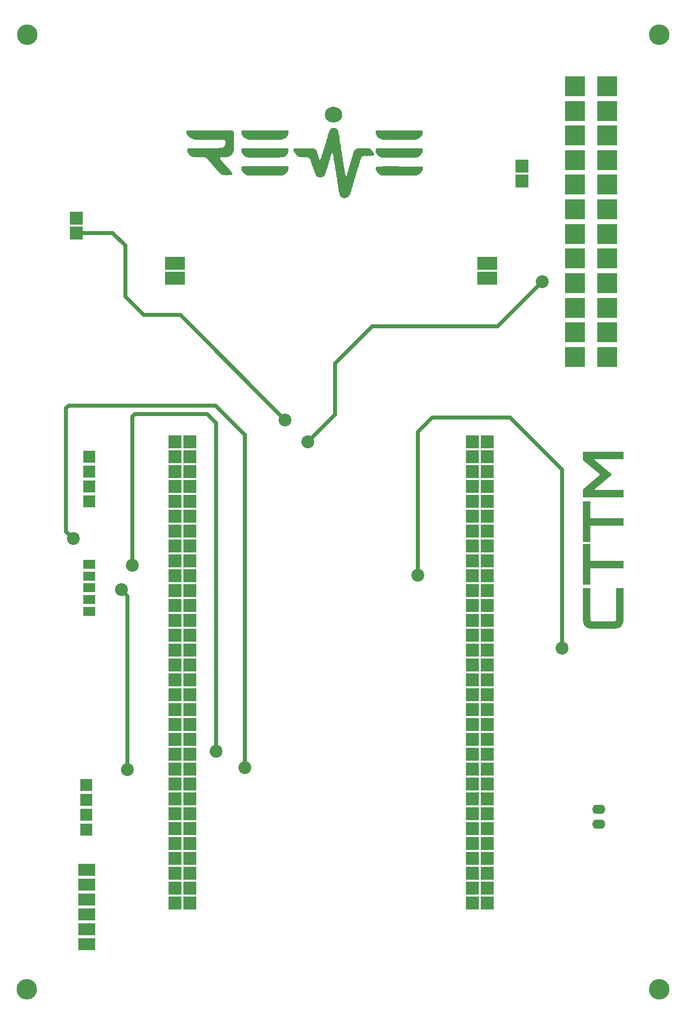
<source format=gbr>
%FSTAX23Y23*%
%MOIN*%
%SFA1B1*%

%IPPOS*%
%ADD10C,0.027559*%
%ADD11R,0.078740X0.059055*%
%ADD12R,0.078740X0.078740*%
%ADD13R,0.118110X0.078740*%
%ADD14R,0.137795X0.086614*%
%ADD15R,0.086614X0.086614*%
%ADD16O,0.088582X0.062992*%
%ADD17R,0.088582X0.086614*%
%ADD18R,0.137795X0.137795*%
%ADD19R,0.086614X0.086614*%
%ADD20C,0.137795*%
%ADD21C,0.086614*%
%LNmain_pcb_copper_signal_top-1*%
%LPD*%
G36*
X01857Y05892D02*
X0187D01*
Y05891*
X01872*
Y0589*
X01873*
Y0589*
X01874*
Y05889*
X01875*
Y05886*
X01876*
Y05883*
X01877*
Y05873*
X01876*
Y0587*
X01875*
Y05867*
X01874*
Y05864*
X01873*
Y05861*
X01872*
Y05859*
X01872*
Y05857*
X01871*
Y05856*
X0187*
Y05855*
X01869*
Y05854*
X01868*
Y05853*
X01867*
Y05852*
X01866*
Y0585*
X01865*
Y05848*
X01864*
Y05846*
X01864*
Y05846*
X01862*
Y05845*
X01861*
Y05844*
X01859*
Y05843*
X01857*
Y05842*
X01856*
Y05841*
X01855*
Y0584*
X01854*
Y05839*
X01853*
Y05838*
X01852*
Y05837*
X0185*
Y05837*
X01848*
Y05836*
X01845*
Y05835*
X01842*
Y05834*
X01839*
Y05833*
X01837*
Y05832*
X01835*
Y05831*
X01833*
Y0583*
X01829*
Y05829*
X01811*
Y05828*
X0181*
Y05829*
X01809*
Y05828*
X01808*
Y05829*
X01806*
Y05828*
X01805*
Y05829*
X01803*
Y05828*
X01802*
Y05829*
X01801*
Y05828*
X018*
Y05829*
X01798*
Y05828*
X01797*
Y05829*
X01795*
Y05828*
X01794*
Y05829*
X01792*
Y05828*
X01792*
Y05829*
X0179*
Y05828*
X01789*
Y05829*
X01787*
Y05828*
X01786*
Y05829*
X01784*
Y05828*
X01783*
Y05829*
X01782*
Y05828*
X01781*
Y05829*
X01779*
Y05828*
X01778*
Y05829*
X01776*
Y05828*
X01775*
Y05829*
X01774*
Y05828*
X01773*
Y05829*
X01771*
Y05828*
X0177*
Y05829*
X01768*
Y05828*
X01767*
Y05829*
X01766*
Y05828*
X01765*
Y05829*
X01763*
Y05828*
X01762*
Y05829*
X0176*
Y05828*
X01759*
Y05829*
X01757*
Y05828*
X01757*
Y05829*
X01755*
Y05828*
X01754*
Y05829*
X01752*
Y05828*
X01751*
Y05829*
X01749*
Y05828*
X01748*
Y05829*
X01747*
Y05828*
X01746*
Y05829*
X01744*
Y05828*
X01743*
Y05829*
X01741*
Y05828*
X0174*
Y05829*
X01739*
Y05828*
X01738*
Y05829*
X01736*
Y05828*
X01735*
Y05829*
X01733*
Y05828*
X01732*
Y05829*
X0173*
Y05828*
X0173*
Y05829*
X01728*
Y05828*
X01727*
Y05829*
X01725*
Y05828*
X01724*
Y05829*
X01722*
Y05828*
X01721*
Y05829*
X0172*
Y05828*
X01719*
Y05829*
X01717*
Y05828*
X01716*
Y05829*
X01714*
Y05828*
X01713*
Y05829*
X01712*
Y05828*
X01711*
Y05829*
X01709*
Y05828*
X01708*
Y05829*
X01706*
Y05828*
X01705*
Y05829*
X01703*
Y05828*
X01703*
Y05829*
X01701*
Y05828*
X017*
Y05829*
X01698*
Y05828*
X01697*
Y05829*
X01695*
Y05828*
X01694*
Y05829*
X01693*
Y05828*
X01692*
Y05829*
X0169*
Y05828*
X01689*
Y05829*
X01687*
Y05828*
X01686*
Y05829*
X01685*
Y05828*
X01684*
Y05829*
X01682*
Y05828*
X01681*
Y05829*
X01679*
Y05828*
X01678*
Y05829*
X01677*
Y05828*
X01676*
Y05829*
X01674*
Y05828*
X01673*
Y05829*
X01671*
Y05828*
X0167*
Y05829*
X01668*
Y05828*
X01668*
Y05829*
X01666*
Y05828*
X01665*
Y05829*
X01663*
Y05828*
X01662*
Y05829*
X0166*
Y05828*
X01659*
Y05829*
X01658*
Y05828*
X01657*
Y05829*
X01655*
Y05828*
X01654*
Y05829*
X01652*
Y05828*
X01651*
Y05829*
X0165*
Y05828*
X01649*
Y05829*
X01647*
Y05828*
X01646*
Y05829*
X01644*
Y05828*
X01643*
Y05829*
X01641*
Y05828*
X01641*
Y05829*
X01639*
Y05828*
X01638*
Y05829*
X01636*
Y05828*
X01635*
Y05829*
X01633*
Y05828*
X01632*
Y05829*
X01631*
Y05828*
X0163*
Y05829*
X01628*
Y05828*
X01627*
Y05829*
X01625*
Y05828*
X01624*
Y05829*
X01622*
Y05828*
X01621*
Y05829*
X01616*
Y05828*
X01615*
Y05829*
X01614*
Y05828*
X01614*
Y05829*
X01607*
Y0583*
X01605*
Y05831*
X01601*
Y05832*
X01598*
Y05833*
X01596*
Y05834*
X01593*
Y05835*
X0159*
Y05836*
X01588*
Y05837*
X01586*
Y05837*
X01584*
Y05838*
X01583*
Y05839*
X01582*
Y0584*
X01581*
Y05841*
X0158*
Y05842*
X01579*
Y05843*
X01578*
Y05844*
X01577*
Y05845*
X01576*
Y05846*
X01575*
Y05846*
X01574*
Y05847*
X01573*
Y05849*
X01572*
Y0585*
X01571*
Y05851*
X0157*
Y05853*
X01569*
Y05854*
X01568*
Y05855*
X01567*
Y05858*
X01566*
Y0586*
X01565*
Y05861*
X01564*
Y05863*
X01563*
Y05864*
X01562*
Y05865*
X01561*
Y05867*
X01561*
Y0587*
X0156*
Y05886*
X01561*
Y05889*
X01561*
Y0589*
X01562*
Y0589*
X01564*
Y05891*
X0157*
Y05892*
X01583*
Y05893*
X01645*
Y05892*
X01753*
Y05893*
X01857*
Y05892*
G37*
G36*
X01497Y05891D02*
X015D01*
Y0589*
X01501*
Y0589*
X01502*
Y05889*
X01503*
Y05888*
X01504*
Y05886*
X01505*
Y05884*
X01506*
Y05883*
X01507*
Y05882*
X01508*
Y05881*
X01508*
Y05879*
X01509*
Y05764*
X01508*
Y05758*
X01508*
Y05755*
X01507*
Y05753*
X01506*
Y0575*
X01505*
Y05748*
X01504*
Y05745*
X01503*
Y05741*
X01502*
Y05739*
X01501*
Y05737*
X015*
Y05736*
X01499*
Y05735*
X01499*
Y05734*
X01498*
Y05733*
X01497*
Y05732*
X01496*
Y05731*
X01495*
Y0573*
X01494*
Y05729*
X01493*
Y05727*
X01492*
Y05726*
X01491*
Y05725*
X0149*
Y05724*
X01489*
Y05723*
X01487*
Y05722*
X01486*
Y05721*
X01485*
Y05721*
X01484*
Y0572*
X01482*
Y05719*
X01481*
Y05718*
X01481*
Y05717*
X01479*
Y05716*
X01476*
Y05715*
X01472*
Y05714*
X01467*
Y05713*
X01458*
Y05712*
X01454*
Y05712*
X0145*
Y05711*
X0142*
Y0571*
X01418*
Y05709*
X01417*
Y05708*
X01416*
Y05706*
X01415*
Y05702*
X01416*
Y057*
X01417*
Y05699*
X01418*
Y05698*
X01419*
Y05697*
X01419*
Y05696*
X0142*
Y05695*
X01421*
Y05694*
X01422*
Y05693*
X01423*
Y05692*
X01424*
Y05691*
X01425*
Y0569*
X01426*
Y05689*
X01427*
Y05688*
X01428*
Y05687*
X01428*
Y05686*
X01429*
Y05685*
X0143*
Y05684*
X01431*
Y05682*
X01432*
Y05681*
X01434*
Y0568*
X01435*
Y05679*
X01436*
Y05678*
X01437*
Y05677*
X01437*
Y05676*
X01438*
Y05675*
X01439*
Y05674*
X0144*
Y05673*
X01441*
Y05672*
X01442*
Y05671*
X01443*
Y0567*
X01444*
Y05669*
X01445*
Y05668*
X01445*
Y05667*
X01446*
Y05665*
X01447*
Y05664*
X01448*
Y05662*
X01449*
Y05661*
X0145*
Y0566*
X01451*
Y05659*
X01453*
Y05659*
X01454*
Y05658*
X01454*
Y05656*
X01455*
Y05655*
X01456*
Y05653*
X01457*
Y05652*
X01458*
Y05651*
X0146*
Y0565*
X01461*
Y05649*
X01462*
Y05648*
X01463*
Y05646*
X01463*
Y05645*
X01464*
Y05644*
X01465*
Y05643*
X01466*
Y05642*
X01468*
Y05641*
X01469*
Y05641*
X0147*
Y0564*
X01471*
Y05638*
X01472*
Y05637*
X01472*
Y05635*
X01473*
Y05634*
X01475*
Y05633*
X01476*
Y05632*
X01477*
Y05631*
X01478*
Y05629*
X01479*
Y05628*
X0148*
Y05627*
X01481*
Y05626*
X01482*
Y05625*
X01483*
Y05624*
X01484*
Y05623*
X01485*
Y05623*
X01486*
Y05621*
X01487*
Y05619*
X01488*
Y05618*
X01489*
Y05617*
X0149*
Y05616*
X0149*
Y05615*
X01491*
Y05615*
X01492*
Y05613*
X01493*
Y05612*
X01494*
Y0561*
X01495*
Y05609*
X01496*
Y05607*
X01497*
Y05605*
X01498*
Y05598*
X01497*
Y05597*
X01496*
Y05596*
X01495*
Y05595*
X01494*
Y05594*
X01492*
Y05593*
X01474*
Y05592*
X01473*
Y05593*
X01472*
Y05592*
X01469*
Y05591*
X01464*
Y0559*
X01456*
Y05591*
X01454*
Y05592*
X01449*
Y05593*
X01448*
Y05592*
X01447*
Y05593*
X01432*
Y05594*
X01428*
Y05595*
X01426*
Y05596*
X01424*
Y05597*
X01423*
Y05597*
X01422*
Y05598*
X01421*
Y05599*
X0142*
Y056*
X01419*
Y05601*
X01418*
Y05602*
X01416*
Y05603*
X01415*
Y05604*
X01414*
Y05606*
X01413*
Y05606*
X01412*
Y05608*
X01411*
Y05609*
X0141*
Y0561*
X01409*
Y05611*
X01408*
Y05612*
X01407*
Y05613*
X01406*
Y05614*
X01405*
Y05615*
X01404*
Y05616*
X01403*
Y05617*
X01401*
Y05618*
X01401*
Y05619*
X014*
Y0562*
X01399*
Y05622*
X01398*
Y05623*
X01397*
Y05624*
X01396*
Y05625*
X01395*
Y05626*
X01394*
Y05627*
X01393*
Y05628*
X01392*
Y05629*
X01392*
Y0563*
X01391*
Y05631*
X0139*
Y05632*
X01389*
Y05633*
X01388*
Y05634*
X01386*
Y05635*
X01385*
Y05636*
X01384*
Y05637*
X01383*
Y05638*
X01383*
Y0564*
X01382*
Y05641*
X01381*
Y05642*
X0138*
Y05643*
X01379*
Y05644*
X01378*
Y05645*
X01377*
Y05646*
X01376*
Y05647*
X01375*
Y05648*
X01374*
Y0565*
X01374*
Y0565*
X01373*
Y05651*
X01372*
Y05652*
X01371*
Y05653*
X0137*
Y05654*
X01369*
Y05655*
X01368*
Y05656*
X01367*
Y05657*
X01366*
Y05659*
X01365*
Y05659*
X01365*
Y05661*
X01364*
Y05662*
X01363*
Y05663*
X01362*
Y05664*
X01361*
Y05665*
X0136*
Y05666*
X01359*
Y05667*
X01358*
Y05668*
X01357*
Y05668*
X01356*
Y0567*
X01356*
Y05671*
X01355*
Y05672*
X01354*
Y05673*
X01353*
Y05674*
X01352*
Y05675*
X01351*
Y05676*
X0135*
Y05677*
X01349*
Y05678*
X01348*
Y0568*
X01348*
Y05681*
X01347*
Y05682*
X01345*
Y05683*
X01344*
Y05684*
X01343*
Y05685*
X01342*
Y05686*
X01341*
Y05687*
X0134*
Y05689*
X01339*
Y0569*
X01339*
Y05691*
X01337*
Y05692*
X01336*
Y05693*
X01335*
Y05695*
X01334*
Y05695*
X01333*
Y05697*
X01332*
Y05698*
X01331*
Y05699*
X0133*
Y057*
X0133*
Y05701*
X01329*
Y05702*
X01328*
Y05703*
X01327*
Y05704*
X01326*
Y05704*
X01325*
Y05705*
X01324*
Y05706*
X01322*
Y05707*
X0132*
Y05708*
X01317*
Y05709*
X01315*
Y0571*
X01312*
Y05711*
X01241*
Y05712*
X01238*
Y05712*
X01235*
Y05713*
X01232*
Y05714*
X01228*
Y05715*
X01224*
Y05716*
X01223*
Y05717*
X01222*
Y05718*
X01221*
Y05719*
X0122*
Y0572*
X01219*
Y05721*
X01217*
Y05721*
X01216*
Y05722*
X01214*
Y05723*
X01214*
Y05724*
X01212*
Y05726*
X01211*
Y05727*
X0121*
Y05728*
X01209*
Y05729*
X01208*
Y0573*
X01207*
Y0573*
X01206*
Y05731*
X01205*
Y05733*
X01205*
Y05735*
X01204*
Y05738*
X01203*
Y05739*
X01202*
Y0574*
X01201*
Y05741*
X012*
Y05742*
X01199*
Y05743*
X01198*
Y05745*
X01197*
Y05748*
X01196*
Y0575*
X01196*
Y05755*
X01195*
Y05763*
X01196*
Y05766*
X01196*
Y05768*
X01197*
Y05769*
X01198*
Y0577*
X01199*
Y05771*
X01201*
Y05772*
X01206*
Y05773*
X01207*
Y05772*
X01208*
Y05773*
X01406*
Y05774*
X0141*
Y05775*
X01416*
Y05775*
X01417*
Y05775*
X01418*
Y05775*
X01419*
Y05775*
X0142*
Y05775*
X01421*
Y05775*
X01422*
Y05775*
X01424*
Y05775*
X01425*
Y05775*
X0143*
Y05776*
X01434*
Y05777*
X01436*
Y05778*
X01437*
Y05779*
X01439*
Y0578*
X0144*
Y05781*
X01442*
Y05782*
X01443*
Y05783*
X01444*
Y05784*
X01445*
Y05785*
X01445*
Y05786*
X01446*
Y05788*
X01447*
Y0579*
X01448*
Y05792*
X01449*
Y05795*
X0145*
Y05799*
X01451*
Y05801*
X01452*
Y05804*
X01453*
Y05814*
X01452*
Y05817*
X01451*
Y05819*
X0145*
Y0582*
X01449*
Y05822*
X01448*
Y05824*
X01447*
Y05826*
X01446*
Y05827*
X01445*
Y05828*
X01444*
Y05828*
X0144*
Y05829*
X01438*
Y05828*
X01437*
Y05829*
X01436*
Y05828*
X01435*
Y05829*
X01427*
Y05828*
X01426*
Y05829*
X01424*
Y05828*
X01423*
Y05829*
X01421*
Y05828*
X0142*
Y05829*
X01419*
Y05828*
X01418*
Y05829*
X01416*
Y05828*
X01415*
Y05829*
X01413*
Y05828*
X01412*
Y05829*
X0141*
Y05828*
X0141*
Y05829*
X01408*
Y05828*
X01407*
Y05829*
X01405*
Y05828*
X01404*
Y05829*
X01402*
Y05828*
X01401*
Y05829*
X014*
Y05828*
X01399*
Y05829*
X01397*
Y05828*
X01396*
Y05829*
X01394*
Y05828*
X01393*
Y05829*
X01392*
Y05828*
X01391*
Y05829*
X01389*
Y05828*
X01388*
Y05829*
X01386*
Y05828*
X01385*
Y05829*
X01383*
Y05828*
X01383*
Y05829*
X01381*
Y05828*
X0138*
Y05829*
X01378*
Y05828*
X01377*
Y05829*
X01375*
Y05828*
X01374*
Y05829*
X01373*
Y05828*
X01372*
Y05829*
X0137*
Y05828*
X01369*
Y05829*
X01367*
Y05828*
X01366*
Y05829*
X01365*
Y05828*
X01364*
Y05829*
X01362*
Y05828*
X01361*
Y05829*
X01359*
Y05828*
X01358*
Y05829*
X01356*
Y05828*
X01356*
Y05829*
X01354*
Y05828*
X01353*
Y05829*
X01351*
Y05828*
X0135*
Y05829*
X01348*
Y05828*
X01348*
Y05829*
X01346*
Y05828*
X01345*
Y05829*
X01343*
Y05828*
X01342*
Y05829*
X0134*
Y05828*
X01339*
Y05829*
X01338*
Y05828*
X01337*
Y05829*
X01335*
Y05828*
X01334*
Y05829*
X01332*
Y05828*
X01331*
Y05829*
X0133*
Y05828*
X01329*
Y05829*
X01327*
Y05828*
X01326*
Y05829*
X01324*
Y05828*
X01323*
Y05829*
X01321*
Y05828*
X01321*
Y05829*
X01319*
Y05828*
X01318*
Y05829*
X01316*
Y05828*
X01315*
Y05829*
X01313*
Y05828*
X01312*
Y05829*
X01311*
Y05828*
X0131*
Y05829*
X01308*
Y05828*
X01307*
Y05829*
X01305*
Y05828*
X01304*
Y05829*
X01303*
Y05828*
X01302*
Y05829*
X013*
Y05828*
X01299*
Y05829*
X01297*
Y05828*
X01296*
Y05829*
X01294*
Y05828*
X01294*
Y05829*
X01292*
Y05828*
X01291*
Y05829*
X01289*
Y05828*
X01288*
Y05829*
X01286*
Y05828*
X01285*
Y05829*
X01284*
Y05828*
X01283*
Y05829*
X01281*
Y05828*
X0128*
Y05829*
X01278*
Y05828*
X01277*
Y05829*
X01276*
Y05828*
X01275*
Y05829*
X01273*
Y05828*
X01272*
Y05829*
X0127*
Y05828*
X01269*
Y05829*
X01248*
Y0583*
X01244*
Y05831*
X01241*
Y05832*
X01239*
Y05833*
X01236*
Y05834*
X01233*
Y05835*
X0123*
Y05836*
X01225*
Y05837*
X01223*
Y05837*
X01222*
Y05838*
X0122*
Y05839*
X01219*
Y0584*
X01218*
Y05841*
X01217*
Y05842*
X01215*
Y05843*
X01214*
Y05844*
X01212*
Y05845*
X01211*
Y05846*
X01209*
Y05846*
X01208*
Y05847*
X01207*
Y05848*
X01206*
Y05849*
X01205*
Y0585*
X01205*
Y05851*
X01204*
Y05852*
X01203*
Y05853*
X01202*
Y05854*
X01201*
Y05855*
X012*
Y05855*
X01199*
Y05856*
X01198*
Y05858*
X01197*
Y0586*
X01196*
Y05862*
X01196*
Y05864*
X01195*
Y05866*
X01194*
Y05867*
X01193*
Y05869*
X01192*
Y0587*
X01191*
Y05872*
X0119*
Y05873*
X01189*
Y05877*
X01188*
Y05882*
X01189*
Y05885*
X0119*
Y05887*
X01191*
Y05888*
X01192*
Y05889*
X01193*
Y0589*
X01195*
Y0589*
X01196*
Y05891*
X012*
Y05892*
X01497*
Y05891*
G37*
G36*
X01829Y05772D02*
X01836D01*
Y05771*
X01872*
Y0577*
X01872*
Y05769*
X01874*
Y05767*
X01875*
Y05766*
X01876*
Y05762*
X01877*
Y05752*
X01876*
Y05749*
X01875*
Y05747*
X01874*
Y05743*
X01873*
Y05739*
X01872*
Y05738*
X01872*
Y05736*
X01871*
Y05734*
X0187*
Y05733*
X01869*
Y05732*
X01868*
Y05731*
X01867*
Y0573*
X01866*
Y05729*
X01865*
Y05728*
X01864*
Y05726*
X01864*
Y05725*
X01863*
Y05724*
X01862*
Y05723*
X0186*
Y05722*
X01859*
Y05721*
X01858*
Y05721*
X01857*
Y0572*
X01856*
Y05719*
X01855*
Y05718*
X01855*
Y05717*
X01854*
Y05716*
X01852*
Y05715*
X01848*
Y05714*
X01845*
Y05713*
X01841*
Y05712*
X01837*
Y05712*
X01831*
Y05711*
X01818*
Y0571*
X01813*
Y05709*
X01807*
Y05708*
X0161*
Y05709*
X01606*
Y0571*
X01603*
Y05711*
X016*
Y05712*
X01597*
Y05712*
X01595*
Y05713*
X01591*
Y05714*
X01588*
Y05715*
X01586*
Y05716*
X01584*
Y05717*
X01583*
Y05718*
X01582*
Y05719*
X01581*
Y0572*
X0158*
Y05721*
X01579*
Y05721*
X01578*
Y05722*
X01577*
Y05723*
X01576*
Y05724*
X01575*
Y05725*
X01574*
Y05726*
X01573*
Y05727*
X01572*
Y05728*
X01571*
Y05729*
X0157*
Y0573*
X0157*
Y05731*
X01569*
Y05732*
X01568*
Y05734*
X01567*
Y05737*
X01566*
Y05739*
X01565*
Y0574*
X01564*
Y05741*
X01563*
Y05742*
X01562*
Y05744*
X01561*
Y05747*
X01561*
Y05751*
X0156*
Y05766*
X01561*
Y05767*
X01561*
Y05769*
X01563*
Y0577*
X01566*
Y05771*
X01575*
Y05772*
X01585*
Y05773*
X01606*
Y05772*
X01625*
Y05773*
X01709*
Y05772*
X01714*
Y05771*
X01748*
Y05772*
X01756*
Y05773*
X01829*
Y05772*
G37*
G36*
X01868Y0565D02*
X01872D01*
Y0565*
X01872*
Y05649*
X01873*
Y05648*
X01874*
Y05647*
X01875*
Y05644*
X01876*
Y05641*
X01877*
Y05637*
Y05636*
Y05633*
X01876*
Y0563*
X01875*
Y05627*
X01874*
Y05624*
X01873*
Y05621*
X01872*
Y05618*
X01872*
Y05616*
X01871*
Y05615*
X0187*
Y05615*
X01869*
Y05614*
X01868*
Y05613*
X01867*
Y05611*
X01866*
Y0561*
X01865*
Y05609*
X01864*
Y05607*
X01864*
Y05606*
X01863*
Y05606*
X01862*
Y05605*
X01861*
Y05604*
X0186*
Y05603*
X01858*
Y05602*
X01857*
Y05601*
X01856*
Y056*
X01855*
Y05599*
X01855*
Y05598*
X01854*
Y05597*
X01853*
Y05597*
X01852*
Y05596*
X0185*
Y05595*
X01847*
Y05594*
X01845*
Y05593*
X01842*
Y05592*
X0184*
Y05591*
X01838*
Y0559*
X01837*
Y05589*
X01835*
Y05588*
X01832*
Y05588*
X01606*
Y05588*
X01602*
Y05589*
X016*
Y0559*
X01597*
Y05591*
X01596*
Y05592*
X01594*
Y05593*
X01591*
Y05594*
X01588*
Y05595*
X01587*
Y05596*
X01585*
Y05597*
X01584*
Y05597*
X01583*
Y05598*
X01582*
Y05599*
X01581*
Y056*
X0158*
Y05601*
X01579*
Y05602*
X01578*
Y05603*
X01577*
Y05604*
X01576*
Y05605*
X01575*
Y05606*
X01574*
Y05607*
X01573*
Y05608*
X01572*
Y05609*
X01571*
Y0561*
X0157*
Y05611*
X01569*
Y05613*
X01568*
Y05615*
X01567*
Y05616*
X01566*
Y05619*
X01565*
Y0562*
X01564*
Y05622*
X01563*
Y05623*
X01562*
Y05624*
X01561*
Y05627*
X01561*
Y05631*
X0156*
Y05646*
X01561*
Y05648*
X01561*
Y05649*
X01563*
Y0565*
X01566*
Y0565*
X0157*
Y05651*
X01868*
Y0565*
G37*
G36*
X02185Y06052D02*
X02186D01*
Y06051*
X02187*
Y0605*
X02188*
Y06049*
X02189*
Y0605*
X0219*
Y06049*
X02191*
Y06048*
X02193*
Y06047*
X02197*
Y06046*
X02201*
Y06045*
X02205*
Y06044*
X02209*
Y06043*
X0221*
Y06042*
X02212*
Y06042*
X02213*
Y06041*
X02214*
Y0604*
X02215*
Y06039*
X02217*
Y06038*
X02218*
Y06037*
X02219*
Y06036*
X02221*
Y06035*
X02222*
Y06034*
X02224*
Y06033*
X02225*
Y06032*
X02226*
Y06031*
X02227*
Y06029*
X02228*
Y06028*
X02228*
Y06026*
X02229*
Y06024*
X0223*
Y06024*
X02231*
Y06023*
X02232*
Y06021*
X02233*
Y0602*
X02234*
Y06018*
X02235*
Y06015*
X02236*
Y06008*
X02237*
Y06004*
X02237*
Y05996*
X02237*
Y05986*
X02236*
Y05979*
X02235*
Y05975*
X02234*
Y05974*
X02233*
Y05973*
X02232*
Y05972*
X02231*
Y0597*
X0223*
Y0597*
X02229*
Y05969*
X02228*
Y05967*
X02228*
Y05966*
X02227*
Y05965*
X02226*
Y05964*
X02225*
Y05963*
X02224*
Y05962*
X02223*
Y05962*
X02222*
Y05961*
X02221*
Y0596*
X0222*
Y05959*
X02219*
Y05958*
X02219*
Y05957*
X02217*
Y05956*
X02215*
Y05955*
X02213*
Y05954*
X02212*
Y05953*
X02211*
Y05953*
X0221*
Y05952*
X02209*
Y05951*
X02207*
Y0595*
X02203*
Y05949*
X02199*
Y05948*
X02193*
Y05947*
X02188*
Y05946*
X02184*
Y05945*
X02181*
Y05946*
X0218*
Y05945*
X02179*
Y05946*
X02178*
Y05945*
X02177*
Y05946*
X02176*
Y05945*
X02175*
Y05946*
X02174*
Y05945*
X02173*
Y05946*
X02172*
Y05945*
X02171*
Y05946*
X02166*
Y05947*
X02163*
Y05948*
X02158*
Y05949*
X02153*
Y0595*
X0215*
Y05951*
X02149*
Y05952*
X02148*
Y05953*
X02148*
Y05953*
X02147*
Y05954*
X02146*
Y05955*
X02144*
Y05956*
X02142*
Y05957*
X0214*
Y05958*
X02139*
Y05959*
X02138*
Y0596*
X02136*
Y05961*
X02135*
Y05962*
X02134*
Y05963*
X02133*
Y05964*
X02132*
Y05965*
X02131*
Y05966*
X0213*
Y05968*
X0213*
Y05969*
X02129*
Y0597*
X02128*
Y0597*
X02127*
Y05972*
X02126*
Y05973*
X02125*
Y05975*
X02124*
Y05979*
X02123*
Y05984*
X02122*
Y05988*
X02122*
Y05991*
X02121*
Y06003*
X02122*
Y06007*
X02122*
Y06012*
X02123*
Y06017*
X02124*
Y0602*
X02125*
Y06022*
X02126*
Y06024*
X02127*
Y06024*
X02128*
Y06025*
X02129*
Y06026*
X0213*
Y06028*
X0213*
Y06029*
X02131*
Y06031*
X02132*
Y06033*
X02133*
Y06034*
X02135*
Y06035*
X02136*
Y06036*
X02138*
Y06037*
X02139*
Y06038*
X02141*
Y06039*
X02143*
Y0604*
X02144*
Y06041*
X02145*
Y06042*
X02146*
Y06042*
X02148*
Y06043*
X02149*
Y06044*
X02153*
Y06045*
X02157*
Y06046*
X0216*
Y06047*
X02164*
Y06048*
X02165*
Y06047*
X02166*
Y06048*
X02168*
Y06049*
X02169*
Y0605*
X02171*
Y06051*
X02172*
Y06053*
X02185*
Y06052*
G37*
G36*
X02746Y05892D02*
X02766D01*
Y05891*
X02767*
Y05892*
X02768*
Y05891*
X02773*
Y0589*
X02774*
Y0589*
X02775*
Y05889*
X02776*
Y05887*
X02777*
Y05885*
X02778*
Y05883*
X02779*
Y05881*
X0278*
Y05874*
X02779*
Y05871*
X02778*
Y05868*
X02777*
Y05864*
X02776*
Y05861*
X02775*
Y05859*
X02774*
Y05858*
X02773*
Y05856*
X02772*
Y05855*
X02771*
Y05855*
X02771*
Y05854*
X0277*
Y05853*
X02769*
Y05852*
X02768*
Y0585*
X02767*
Y05849*
X02766*
Y05848*
X02765*
Y05847*
X02764*
Y05846*
X02763*
Y05846*
X02762*
Y05845*
X02762*
Y05844*
X0276*
Y05843*
X02759*
Y05842*
X02758*
Y05841*
X02757*
Y0584*
X02756*
Y05839*
X02755*
Y05838*
X02753*
Y05837*
X02753*
Y05837*
X02751*
Y05836*
X02748*
Y05835*
X02744*
Y05834*
X02742*
Y05833*
X02739*
Y05832*
X02737*
Y05831*
X02735*
Y0583*
X02733*
Y05829*
X02715*
Y05828*
X02714*
Y05829*
X02712*
Y05828*
X02711*
Y05829*
X02709*
Y05828*
X02709*
Y05829*
X02707*
Y05828*
X02706*
Y05829*
X02704*
Y05828*
X02703*
Y05829*
X02701*
Y05828*
X027*
Y05829*
X02699*
Y05828*
X02698*
Y05829*
X02696*
Y05828*
X02695*
Y05829*
X02693*
Y05828*
X02692*
Y05829*
X02691*
Y05828*
X0269*
Y05829*
X02688*
Y05828*
X02687*
Y05829*
X02685*
Y05828*
X02684*
Y05829*
X02682*
Y05828*
X02682*
Y05829*
X0268*
Y05828*
X02679*
Y05829*
X02677*
Y05828*
X02676*
Y05829*
X02674*
Y05828*
X02673*
Y05829*
X02672*
Y05828*
X02671*
Y05829*
X02669*
Y05828*
X02668*
Y05829*
X02666*
Y05828*
X02665*
Y05829*
X02664*
Y05828*
X02663*
Y05829*
X02661*
Y05828*
X0266*
Y05829*
X02658*
Y05828*
X02657*
Y05829*
X02655*
Y05828*
X02655*
Y05829*
X02653*
Y05828*
X02652*
Y05829*
X0265*
Y05828*
X02649*
Y05829*
X02647*
Y05828*
X02646*
Y05829*
X02645*
Y05828*
X02644*
Y05829*
X02642*
Y05828*
X02641*
Y05829*
X02639*
Y05828*
X02638*
Y05829*
X02637*
Y05828*
X02636*
Y05829*
X02634*
Y05828*
X02633*
Y05829*
X02631*
Y05828*
X0263*
Y05829*
X02629*
Y05828*
X02628*
Y05829*
X02626*
Y05828*
X02625*
Y05829*
X02623*
Y05828*
X02622*
Y05829*
X0262*
Y05828*
X0262*
Y05829*
X02618*
Y05828*
X02617*
Y05829*
X02615*
Y05828*
X02614*
Y05829*
X02612*
Y05828*
X02611*
Y05829*
X0261*
Y05828*
X02609*
Y05829*
X02607*
Y05828*
X02606*
Y05829*
X02604*
Y05828*
X02603*
Y05829*
X02602*
Y05828*
X02601*
Y05829*
X02599*
Y05828*
X02598*
Y05829*
X02596*
Y05828*
X02595*
Y05829*
X02593*
Y05828*
X02593*
Y05829*
X02591*
Y05828*
X0259*
Y05829*
X02588*
Y05828*
X02587*
Y05829*
X02585*
Y05828*
X02584*
Y05829*
X02583*
Y05828*
X02582*
Y05829*
X0258*
Y05828*
X02579*
Y05829*
X02577*
Y05828*
X02576*
Y05829*
X02575*
Y05828*
X02574*
Y05829*
X02572*
Y05828*
X02571*
Y05829*
X02569*
Y05828*
X02568*
Y05829*
X02566*
Y05828*
X02566*
Y05829*
X02564*
Y05828*
X02563*
Y05829*
X02561*
Y05828*
X0256*
Y05829*
X02558*
Y05828*
X02557*
Y05829*
X02556*
Y05828*
X02555*
Y05829*
X02553*
Y05828*
X02552*
Y05829*
X0255*
Y05828*
X02549*
Y05829*
X02548*
Y05828*
X02547*
Y05829*
X02545*
Y05828*
X02544*
Y05829*
X02542*
Y05828*
X02541*
Y05829*
X0254*
Y05828*
X02539*
Y05829*
X02537*
Y05828*
X02536*
Y05829*
X02534*
Y05828*
X02533*
Y05829*
X02531*
Y05828*
X02531*
Y05829*
X02529*
Y05828*
X02528*
Y05829*
X02526*
Y05828*
X02525*
Y05829*
X02517*
Y05828*
X02516*
Y05829*
X0251*
Y0583*
X02507*
Y05831*
X02504*
Y05832*
X02501*
Y05833*
X02498*
Y05834*
X02495*
Y05835*
X02492*
Y05836*
X02489*
Y05837*
X02487*
Y05837*
X02486*
Y05838*
X02486*
Y05839*
X02485*
Y0584*
X02484*
Y05841*
X02483*
Y05842*
X02481*
Y05843*
X0248*
Y05844*
X02479*
Y05845*
X02478*
Y05846*
X02477*
Y05846*
X02477*
Y05847*
X02476*
Y05848*
X02475*
Y05849*
X02474*
Y0585*
X02473*
Y05851*
X02472*
Y05852*
X02471*
Y05854*
X0247*
Y05855*
X02469*
Y05858*
X02468*
Y0586*
X02468*
Y05861*
X02467*
Y05863*
X02466*
Y05864*
X02465*
Y05865*
X02464*
Y05868*
X02463*
Y05872*
X02462*
Y05887*
X02463*
Y05889*
X02464*
Y0589*
X02465*
Y0589*
X02466*
Y05891*
X02473*
Y05892*
X02495*
Y05893*
X02564*
Y05892*
X02655*
Y05893*
X02746*
Y05892*
G37*
G36*
X02773Y0577D02*
X02775D01*
Y05769*
X02776*
Y05768*
X02777*
Y05766*
X02778*
Y05765*
X02779*
Y05762*
X0278*
Y05757*
X0278*
Y05756*
X0278*
Y05751*
X02779*
Y05748*
X02778*
Y05746*
X02777*
Y05742*
X02776*
Y05739*
X02775*
Y05738*
X02774*
Y05736*
X02773*
Y05735*
X02772*
Y05734*
X02771*
Y05733*
X02771*
Y05731*
X0277*
Y0573*
X02769*
Y05729*
X02768*
Y05727*
X02767*
Y05726*
X02766*
Y05725*
X02765*
Y05724*
X02764*
Y05723*
X02762*
Y05722*
X02762*
Y05721*
X02761*
Y05721*
X0276*
Y05719*
X02759*
Y05718*
X02758*
Y05717*
X02757*
Y05716*
X02755*
Y05715*
X02753*
Y05714*
X0275*
Y05713*
X02747*
Y05712*
X02744*
Y05712*
X02743*
Y05711*
X0274*
Y0571*
X02737*
Y05709*
X02734*
Y05708*
X02505*
Y05709*
X02503*
Y0571*
X02501*
Y05711*
X02499*
Y05712*
X02497*
Y05712*
X02495*
Y05713*
X02492*
Y05714*
X02489*
Y05715*
X02487*
Y05716*
X02486*
Y05717*
X02485*
Y05718*
X02484*
Y05719*
X02483*
Y0572*
X02482*
Y05721*
X02481*
Y05721*
X02479*
Y05722*
X02478*
Y05723*
X02477*
Y05724*
X02477*
Y05726*
X02476*
Y05727*
X02475*
Y05728*
X02474*
Y05729*
X02473*
Y0573*
X02472*
Y0573*
X02471*
Y05732*
X0247*
Y05734*
X02469*
Y05737*
X02468*
Y05739*
X02468*
Y05739*
X02467*
Y0574*
X02466*
Y05742*
X02465*
Y05743*
X02464*
Y05745*
X02463*
Y05748*
X02462*
Y05764*
X02463*
Y05766*
X02464*
Y05768*
X02465*
Y05769*
X02467*
Y0577*
X02469*
Y05771*
X02773*
Y0577*
G37*
G36*
X02188Y05908D02*
X02193D01*
Y05907*
X02194*
Y05906*
X02196*
Y05905*
X02197*
Y05904*
X02198*
Y05903*
X022*
Y05902*
X02201*
Y05901*
X02202*
Y059*
X02202*
Y05899*
X02203*
Y05899*
X02204*
Y05897*
X02205*
Y05896*
X02206*
Y05895*
X02207*
Y05894*
X02208*
Y05892*
X0221*
Y0589*
X0221*
Y05888*
X02211*
Y05884*
X02212*
Y05878*
X02213*
Y05871*
X02214*
Y05865*
X02215*
Y05862*
X02216*
Y05859*
X02217*
Y05855*
X02218*
Y0585*
X02219*
Y05844*
X02219*
Y05832*
X0222*
Y05822*
X02221*
Y05818*
X02222*
Y0581*
X02223*
Y05806*
X02224*
Y05804*
X02225*
Y05801*
X02226*
Y05797*
X02227*
Y05788*
X02228*
Y05779*
X02228*
Y05773*
X02229*
Y05766*
X0223*
Y0576*
X02231*
Y05757*
X02232*
Y05756*
X02233*
Y05753*
X02234*
Y05748*
X02235*
Y05739*
X02236*
Y0573*
X02237*
Y05724*
X02237*
Y05717*
X02238*
Y05712*
X02239*
Y05709*
X0224*
Y05706*
X02241*
Y05703*
X02242*
Y05696*
X02243*
Y05689*
X02244*
Y05677*
X02245*
Y05669*
X02246*
Y05666*
X02246*
Y05662*
X02247*
Y05656*
X02248*
Y05651*
X02249*
Y05649*
X0225*
Y05644*
X02251*
Y05638*
X02252*
Y05626*
X02253*
Y0562*
X02254*
Y05615*
X02255*
Y05611*
X02255*
Y05606*
X02256*
Y05604*
X02257*
Y056*
X02258*
Y05597*
X02259*
Y05593*
X0226*
Y0559*
X02261*
Y05588*
X02262*
Y05588*
X02263*
Y05587*
X02264*
Y05586*
X02265*
Y05587*
X02266*
Y05588*
X02267*
Y05588*
X02268*
Y05591*
X02269*
Y05597*
X0227*
Y05602*
X02271*
Y05605*
X02272*
Y05606*
X02273*
Y05608*
X02273*
Y0561*
X02274*
Y05612*
X02275*
Y05615*
X02276*
Y0562*
X02277*
Y05625*
X02278*
Y05628*
X02279*
Y05631*
X0228*
Y05632*
X02281*
Y05634*
X02282*
Y05635*
X02282*
Y05638*
X02283*
Y05641*
X02284*
Y05647*
X02285*
Y05651*
X02286*
Y05655*
X02287*
Y05658*
X02288*
Y05659*
X02289*
Y05661*
X0229*
Y05663*
X02291*
Y05665*
X02291*
Y05668*
X02292*
Y05673*
X02293*
Y05677*
X02294*
Y05682*
X02295*
Y05685*
X02296*
Y05687*
X02297*
Y05689*
X02298*
Y05691*
X02299*
Y05693*
X02299*
Y05695*
X023*
Y057*
X02301*
Y05705*
X02302*
Y05709*
X02303*
Y05712*
X02304*
Y05713*
X02305*
Y05715*
X02306*
Y05718*
X02307*
Y05721*
X02308*
Y05723*
X02308*
Y05728*
X02309*
Y05734*
X0231*
Y05738*
X02311*
Y0574*
X02312*
Y05742*
X02313*
Y05743*
X02314*
Y05745*
X02315*
Y05747*
X02316*
Y05748*
X02317*
Y05751*
X02317*
Y05754*
X02318*
Y05756*
X02319*
Y05757*
X0232*
Y05758*
X02321*
Y05759*
X02322*
Y0576*
X02323*
Y05761*
X02324*
Y05762*
X02325*
Y05763*
X02326*
Y05764*
X02327*
Y05765*
X02329*
Y05766*
X0233*
Y05766*
X02331*
Y05767*
X02332*
Y05768*
X02334*
Y05769*
X02335*
Y0577*
X02339*
Y05771*
X02346*
Y05772*
X02416*
Y05771*
X02417*
Y05772*
X02418*
Y05771*
X02422*
Y0577*
X02424*
Y05769*
X02426*
Y05768*
X02427*
Y05767*
X02428*
Y05766*
X02429*
Y05765*
X0243*
Y05764*
X02431*
Y05763*
X02432*
Y05762*
X02433*
Y05761*
X02433*
Y0576*
X02434*
Y05759*
X02435*
Y05757*
X02436*
Y05757*
X02437*
Y05756*
X02438*
Y05754*
X02439*
Y05753*
X0244*
Y05752*
X02441*
Y05751*
X02442*
Y0575*
X02442*
Y05749*
X02443*
Y05748*
X02444*
Y05747*
X02445*
Y05745*
X02446*
Y05743*
X02447*
Y05741*
X02448*
Y0574*
X02449*
Y05739*
X0245*
Y05738*
X02451*
Y05736*
X02451*
Y05734*
X02452*
Y0573*
X02453*
Y05728*
X02452*
Y05725*
X02451*
Y05724*
X0245*
Y05723*
X02448*
Y05722*
X02444*
Y05721*
X02442*
Y05721*
X02439*
Y0572*
X02438*
Y05721*
X02436*
Y0572*
X02435*
Y05721*
X02434*
Y0572*
X02433*
Y05721*
X02433*
Y0572*
X02432*
Y05721*
X02431*
Y0572*
X02429*
Y05721*
X02428*
Y0572*
X02427*
Y05721*
X02426*
Y0572*
X02425*
Y05721*
X02424*
Y0572*
X02423*
Y05721*
X02422*
Y0572*
X0242*
Y05721*
X02419*
Y0572*
X02417*
Y05721*
X02416*
Y0572*
X02415*
Y05721*
X02414*
Y0572*
X02412*
Y05721*
X02411*
Y0572*
X02409*
Y05721*
X02408*
Y0572*
X02406*
Y05721*
X02406*
Y0572*
X02404*
Y05721*
X02403*
Y0572*
X02401*
Y05721*
X024*
Y0572*
X02398*
Y05721*
X02397*
Y0572*
X02396*
Y05721*
X02395*
Y0572*
X02393*
Y05721*
X02392*
Y0572*
X0239*
Y05721*
X02389*
Y0572*
X02388*
Y05721*
X02387*
Y0572*
X02385*
Y05721*
X02384*
Y0572*
X02379*
Y05719*
X02376*
Y05718*
X02375*
Y05717*
X02374*
Y05716*
X02372*
Y05715*
X02371*
Y05714*
X0237*
Y05713*
X02369*
Y05712*
X02368*
Y05712*
X02367*
Y05711*
X02366*
Y05709*
X02365*
Y05705*
X02364*
Y05703*
X02363*
Y05699*
X02362*
Y05697*
X02362*
Y05695*
X02361*
Y05694*
X0236*
Y05692*
X02359*
Y0569*
X02358*
Y05687*
X02357*
Y05682*
X02356*
Y05677*
X02355*
Y05673*
X02354*
Y05671*
X02353*
Y05669*
X02353*
Y05668*
X02352*
Y05666*
X02351*
Y05663*
X0235*
Y0566*
X02349*
Y05655*
X02348*
Y0565*
X02347*
Y05648*
X02346*
Y05645*
X02345*
Y05643*
X02344*
Y05641*
X02344*
Y0564*
X02343*
Y05638*
X02342*
Y05634*
X02341*
Y05629*
X0234*
Y05623*
X02339*
Y0562*
X02338*
Y05618*
X02337*
Y05617*
X02336*
Y05615*
X02335*
Y05614*
X02335*
Y05611*
X02334*
Y05606*
X02333*
Y05602*
X02332*
Y05597*
X02331*
Y05594*
X0233*
Y05592*
X02329*
Y0559*
X02328*
Y05588*
X02327*
Y05586*
X02326*
Y05583*
X02326*
Y05579*
X02325*
Y05575*
X02324*
Y0557*
X02323*
Y05567*
X02322*
Y05564*
X02321*
Y05563*
X0232*
Y05561*
X02319*
Y0556*
X02318*
Y05556*
X02317*
Y05552*
X02317*
Y05546*
X02316*
Y05543*
X02315*
Y05539*
X02314*
Y05537*
X02313*
Y05535*
X02312*
Y05534*
X02311*
Y05532*
X0231*
Y05529*
X02309*
Y05526*
X02308*
Y05519*
X02308*
Y05515*
X02307*
Y05512*
X02306*
Y0551*
X02305*
Y05508*
X02304*
Y05507*
X02303*
Y05504*
X02302*
Y05501*
X02301*
Y05498*
X023*
Y05491*
X02299*
Y05489*
X02299*
Y05486*
X02298*
Y05483*
X02297*
Y05481*
X02296*
Y0548*
X02295*
Y05477*
X02294*
Y05474*
X02293*
Y05471*
X02292*
Y05466*
X02291*
Y05463*
X02291*
Y05461*
X0229*
Y0546*
X02289*
Y05459*
X02288*
Y05458*
X02287*
Y05457*
X02286*
Y05455*
X02285*
Y05454*
X02284*
Y05453*
X02283*
Y05451*
X02282*
Y0545*
X02282*
Y05449*
X0228*
Y05448*
X02279*
Y05447*
X02278*
Y05446*
X02277*
Y05446*
X02276*
Y05444*
X02274*
Y05443*
X02273*
Y05442*
X02272*
Y05441*
X02269*
Y0544*
X02266*
Y05439*
X02264*
Y05438*
X02262*
Y05437*
X0226*
Y05437*
X02257*
Y05436*
X02247*
Y05437*
X02246*
Y05437*
X02244*
Y05438*
X02242*
Y05439*
X0224*
Y0544*
X02237*
Y05441*
X02235*
Y05442*
X02233*
Y05443*
X02231*
Y05444*
X0223*
Y05445*
X02229*
Y05446*
X02228*
Y05448*
X02228*
Y05449*
X02227*
Y0545*
X02226*
Y05451*
X02225*
Y05452*
X02224*
Y05454*
X02223*
Y05454*
X02222*
Y05456*
X02221*
Y05459*
X0222*
Y05463*
X02219*
Y05467*
X02219*
Y05471*
X02218*
Y05474*
X02217*
Y05477*
X02216*
Y0548*
X02215*
Y05483*
X02214*
Y05488*
X02213*
Y05495*
X02212*
Y05506*
X02211*
Y05512*
X0221*
Y05517*
X0221*
Y05525*
X02209*
Y05527*
X02208*
Y0553*
X02207*
Y05533*
X02206*
Y05537*
X02205*
Y05548*
X02204*
Y05558*
X02203*
Y05569*
X02202*
Y05571*
X02202*
Y05574*
X02201*
Y05578*
X022*
Y05582*
X02199*
Y05588*
X02198*
Y05592*
X02197*
Y05597*
X02196*
Y05612*
X02195*
Y05617*
X02194*
Y05622*
X02193*
Y05626*
X02193*
Y05631*
X02192*
Y05633*
X02191*
Y05637*
X0219*
Y05641*
X02189*
Y05652*
X02188*
Y0566*
X02187*
Y05668*
X02186*
Y05675*
X02185*
Y05678*
X02184*
Y05681*
X02184*
Y05683*
X02183*
Y05686*
X02182*
Y05692*
X02181*
Y05702*
X0218*
Y05712*
X02179*
Y0572*
X02178*
Y05724*
X02177*
Y05727*
X02176*
Y0573*
X02175*
Y05731*
X02175*
Y05733*
X02174*
Y05735*
X02173*
Y05737*
X02172*
Y05738*
X02171*
Y05739*
X02167*
Y05738*
X02166*
Y05737*
X02166*
Y05736*
X02165*
Y05733*
X02164*
Y05728*
X02163*
Y05723*
X02162*
Y05721*
X02161*
Y05718*
X0216*
Y05716*
X02159*
Y05713*
X02158*
Y05712*
X02157*
Y05709*
X02157*
Y05706*
X02156*
Y05702*
X02155*
Y05696*
X02154*
Y05693*
X02153*
Y0569*
X02152*
Y05687*
X02151*
Y05686*
X0215*
Y05685*
X02149*
Y05683*
X02148*
Y0568*
X02148*
Y05675*
X02147*
Y05668*
X02146*
Y05666*
X02145*
Y05663*
X02144*
Y05661*
X02143*
Y0566*
X02142*
Y05659*
X02141*
Y05656*
X0214*
Y05652*
X02139*
Y05646*
X02139*
Y05642*
X02138*
Y0564*
X02137*
Y05638*
X02136*
Y05636*
X02135*
Y05634*
X02134*
Y05632*
X02133*
Y0563*
X02132*
Y05626*
X02131*
Y0562*
X0213*
Y05615*
X0213*
Y05613*
X02129*
Y05611*
X02128*
Y05609*
X02127*
Y05608*
X02126*
Y05606*
X02125*
Y05604*
X02124*
Y05601*
X02123*
Y05597*
X02122*
Y05595*
X02122*
Y05593*
X02121*
Y05591*
X0212*
Y0559*
X02119*
Y05589*
X02118*
Y05588*
X02117*
Y05588*
X02116*
Y05587*
X02115*
Y05586*
X02114*
Y05585*
X02113*
Y05584*
X02113*
Y05583*
X02112*
Y05582*
X02111*
Y05581*
X02109*
Y0558*
X02108*
Y05579*
X02106*
Y05579*
X02104*
Y05578*
X02099*
Y05577*
X02095*
Y05576*
X02091*
Y05575*
X0209*
Y05576*
X02089*
Y05575*
X02088*
Y05576*
X02087*
Y05575*
X02086*
Y05576*
X02084*
Y05577*
X02081*
Y05578*
X02077*
Y05579*
X02073*
Y05579*
X0207*
Y0558*
X02069*
Y05581*
X02068*
Y05582*
X02068*
Y05583*
X02067*
Y05585*
X02066*
Y05586*
X02064*
Y05587*
X02063*
Y05588*
X02062*
Y05588*
X02061*
Y05589*
X0206*
Y05592*
X02059*
Y05596*
X02059*
Y05598*
X02058*
Y05601*
X02057*
Y05603*
X02056*
Y05605*
X02055*
Y05606*
X02054*
Y05607*
X02053*
Y05609*
X02052*
Y05613*
X02051*
Y05616*
X0205*
Y0562*
X0205*
Y05623*
X02049*
Y05624*
X02048*
Y05626*
X02047*
Y05627*
X02046*
Y05629*
X02045*
Y05631*
X02044*
Y05634*
X02043*
Y05638*
X02042*
Y05642*
X02041*
Y05645*
X02041*
Y05647*
X0204*
Y05649*
X02039*
Y0565*
X02038*
Y0565*
X02037*
Y05652*
X02036*
Y05656*
X02035*
Y0566*
X02034*
Y05665*
X02033*
Y05667*
X02033*
Y05668*
X02032*
Y0567*
X02031*
Y05672*
X0203*
Y05674*
X02029*
Y05677*
X02028*
Y0568*
X02027*
Y05686*
X02026*
Y05689*
X02025*
Y05691*
X02024*
Y05693*
X02024*
Y05695*
X02023*
Y05695*
X02022*
Y05697*
X02021*
Y05698*
X0202*
Y057*
X02019*
Y05701*
X02018*
Y05703*
X02017*
Y05704*
X02016*
Y05704*
X02015*
Y05705*
X02014*
Y05706*
X02012*
Y05707*
X0201*
Y05708*
X02008*
Y05709*
X02006*
Y0571*
X02004*
Y05711*
X02001*
Y05712*
X01998*
Y05712*
X01997*
Y05712*
X01997*
Y05712*
X01995*
Y05712*
X01994*
Y05712*
X01993*
Y05712*
X01992*
Y05712*
X01991*
Y05712*
X0199*
Y05712*
X01989*
Y05712*
X01988*
Y05712*
X01988*
Y05712*
X01987*
Y05712*
X01986*
Y05712*
X01985*
Y05712*
X01984*
Y05712*
X01983*
Y05712*
X01982*
Y05712*
X01981*
Y05712*
X0198*
Y05712*
X01979*
Y05712*
X01979*
Y05712*
X01978*
Y05712*
X01977*
Y05712*
X01976*
Y05712*
X01975*
Y05712*
X01974*
Y05712*
X01973*
Y05712*
X01972*
Y05712*
X01971*
Y05712*
X0197*
Y05712*
X0197*
Y05712*
X01969*
Y05712*
X01968*
Y05712*
X01967*
Y05712*
X01966*
Y05712*
X01965*
Y05712*
X01964*
Y05712*
X01961*
Y05712*
X0196*
Y05712*
X01959*
Y05712*
X01953*
Y05713*
X01951*
Y05714*
X01947*
Y05715*
X01944*
Y05716*
X01941*
Y05717*
X0194*
Y05718*
X01939*
Y05719*
X01938*
Y0572*
X01937*
Y05721*
X01936*
Y05721*
X01935*
Y05722*
X01935*
Y05723*
X01933*
Y05724*
X01932*
Y05725*
X01931*
Y05727*
X0193*
Y05729*
X01929*
Y0573*
X01928*
Y0573*
X01927*
Y05731*
X01926*
Y05732*
X01926*
Y05733*
X01925*
Y05734*
X01924*
Y05736*
X01923*
Y05738*
X01922*
Y05739*
X01921*
Y0574*
X0192*
Y05741*
X01919*
Y05742*
X01918*
Y05743*
X01917*
Y05744*
X01917*
Y05746*
X01916*
Y05747*
X01915*
Y05748*
X01914*
Y0575*
X01913*
Y05752*
X01912*
Y05753*
X01911*
Y05755*
X0191*
Y05756*
X01909*
Y05757*
X01908*
Y05765*
X01909*
Y05766*
X0191*
Y05767*
X01911*
Y05768*
X01912*
Y05769*
X01914*
Y0577*
X01917*
Y05771*
X01927*
Y0577*
X01928*
Y05771*
X01932*
Y0577*
X01933*
Y05771*
X01936*
Y0577*
X01937*
Y05771*
X01941*
Y0577*
X01942*
Y05771*
X01945*
Y0577*
X01946*
Y05771*
X0195*
Y0577*
X01951*
Y05771*
X01954*
Y0577*
X01955*
Y05771*
X01959*
Y0577*
X0196*
Y05771*
X01963*
Y0577*
X01964*
Y05771*
X01968*
Y0577*
X01969*
Y05771*
X01972*
Y0577*
X01973*
Y05771*
X01977*
Y0577*
X01978*
Y05771*
X01981*
Y0577*
X01982*
Y05771*
X01986*
Y0577*
X01987*
Y05771*
X0199*
Y0577*
X01991*
Y05771*
X01995*
Y0577*
X01996*
Y05771*
X01999*
Y0577*
X02*
Y05771*
X02004*
Y0577*
X02005*
Y05771*
X02008*
Y0577*
X02009*
Y05771*
X02013*
Y0577*
X02014*
Y05771*
X02017*
Y0577*
X02018*
Y05771*
X02022*
Y0577*
X02023*
Y05771*
X02026*
Y0577*
X02027*
Y05771*
X02031*
Y0577*
X02032*
Y05771*
X02043*
Y0577*
X02044*
Y05771*
X02045*
Y0577*
X0205*
Y05769*
X02051*
Y05768*
X02052*
Y05767*
X02054*
Y05766*
X02055*
Y05766*
X02056*
Y05765*
X02057*
Y05764*
X02058*
Y05763*
X02059*
Y05762*
X02059*
Y05761*
X02061*
Y0576*
X02062*
Y05758*
X02063*
Y05757*
X02064*
Y05757*
X02065*
Y05755*
X02066*
Y05752*
X02067*
Y05748*
X02068*
Y05744*
X02068*
Y05741*
X02069*
Y05739*
X0207*
Y05738*
X02071*
Y05736*
X02072*
Y05734*
X02073*
Y05731*
X02074*
Y05728*
X02075*
Y05723*
X02076*
Y0572*
X02077*
Y05717*
X02077*
Y05715*
X02078*
Y05713*
X02079*
Y05712*
X0208*
Y0571*
X02081*
Y05705*
X02082*
Y05701*
X02083*
Y05698*
X02084*
Y05696*
X02085*
Y05695*
X02086*
Y05695*
X02089*
Y05695*
X0209*
Y05697*
X02091*
Y05699*
X02092*
Y05701*
X02093*
Y05704*
X02094*
Y05705*
X02095*
Y05707*
X02095*
Y05708*
X02096*
Y05709*
X02097*
Y05711*
X02098*
Y05714*
X02099*
Y05719*
X021*
Y05725*
X02101*
Y05729*
X02102*
Y0573*
X02103*
Y05731*
X02104*
Y05733*
X02104*
Y05735*
X02105*
Y05737*
X02106*
Y05739*
X02107*
Y05745*
X02108*
Y05751*
X02109*
Y05755*
X0211*
Y05757*
X02111*
Y05758*
X02112*
Y0576*
X02113*
Y05761*
X02113*
Y05764*
X02114*
Y05766*
X02115*
Y05772*
X02116*
Y05777*
X02117*
Y0578*
X02118*
Y05783*
X02119*
Y05784*
X0212*
Y05786*
X02121*
Y05788*
X02122*
Y0579*
X02122*
Y05793*
X02123*
Y05798*
X02124*
Y05803*
X02125*
Y05806*
X02126*
Y05809*
X02127*
Y0581*
X02128*
Y05811*
X02129*
Y05813*
X0213*
Y05816*
X0213*
Y0582*
X02131*
Y05826*
X02132*
Y0583*
X02133*
Y05834*
X02134*
Y05836*
X02135*
Y05837*
X02136*
Y05839*
X02137*
Y05841*
X02138*
Y05844*
X02139*
Y05846*
X02139*
Y05853*
X0214*
Y05859*
X02141*
Y05863*
X02142*
Y05865*
X02143*
Y05867*
X02144*
Y0587*
X02145*
Y05872*
X02146*
Y05874*
X02147*
Y05878*
X02148*
Y05881*
X02148*
Y05883*
X02149*
Y05885*
X0215*
Y05887*
X02151*
Y05888*
X02152*
Y05889*
X02153*
Y0589*
X02154*
Y05891*
X02155*
Y05893*
X02156*
Y05896*
X02157*
Y05898*
X02157*
Y05899*
X02158*
Y05899*
X02159*
Y059*
X0216*
Y05901*
X02161*
Y05902*
X02162*
Y05903*
X02163*
Y05904*
X02164*
Y05905*
X02165*
Y05906*
X02166*
Y05907*
X02167*
Y05908*
X02172*
Y05908*
X02188*
Y05908*
G37*
G36*
X02619Y0565D02*
X02772D01*
Y0565*
X02775*
Y05649*
X02776*
Y05648*
X02777*
Y05647*
X02778*
Y05645*
X02779*
Y05642*
X0278*
Y05632*
X02779*
Y0563*
X02778*
Y05626*
X02777*
Y05623*
X02776*
Y0562*
X02775*
Y05618*
X02774*
Y05616*
X02773*
Y05615*
X02772*
Y05614*
X02771*
Y05613*
X02771*
Y05612*
X0277*
Y05611*
X02769*
Y05609*
X02768*
Y05608*
X02767*
Y05606*
X02766*
Y05606*
X02765*
Y05605*
X02764*
Y05604*
X02763*
Y05603*
X02762*
Y05602*
X02761*
Y05601*
X02759*
Y056*
X02758*
Y05599*
X02757*
Y05598*
X02756*
Y05597*
X02755*
Y05597*
X02754*
Y05596*
X02753*
Y05595*
X02751*
Y05594*
X02749*
Y05593*
X02745*
Y05592*
X02743*
Y05591*
X02741*
Y0559*
X02739*
Y05589*
X02737*
Y05588*
X02735*
Y05588*
X02509*
Y05588*
X02505*
Y05589*
X02503*
Y0559*
X02501*
Y05591*
X02498*
Y05592*
X02496*
Y05593*
X02493*
Y05594*
X0249*
Y05595*
X02487*
Y05596*
X02486*
Y05597*
X02486*
Y05597*
X02485*
Y05598*
X02484*
Y05599*
X02483*
Y056*
X02482*
Y05601*
X0248*
Y05602*
X02479*
Y05603*
X02478*
Y05604*
X02477*
Y05605*
X02477*
Y05606*
X02476*
Y05607*
X02475*
Y05608*
X02474*
Y05609*
X02473*
Y0561*
X02472*
Y05611*
X02471*
Y05613*
X0247*
Y05615*
X02469*
Y05617*
X02468*
Y05619*
X02468*
Y05621*
X02467*
Y05622*
X02466*
Y05623*
X02465*
Y05624*
X02464*
Y05626*
X02463*
Y0563*
X02462*
Y05639*
X02463*
Y05641*
X02464*
Y05641*
X02465*
Y05642*
X02466*
Y05643*
X02467*
Y05644*
X02468*
Y05645*
X02468*
Y05646*
X02469*
Y05647*
X0247*
Y05648*
X02471*
Y05649*
X02472*
Y0565*
X02475*
Y0565*
X02509*
Y05651*
X02619*
Y0565*
G37*
G36*
X04128Y03681D02*
X03929D01*
X04052Y03578*
X0393Y03474*
X04128*
Y03425*
X03857*
Y03479*
X03974Y03578*
X03857Y03676*
Y03731*
X04128*
Y03681*
G37*
G36*
X03907Y03286D02*
X04128Y03286D01*
Y03236*
X03907*
X03907Y03126*
X03857*
Y03397*
X03907*
X03907Y03286*
G37*
G36*
Y03D02*
X04128Y03D01*
Y0295*
X03907*
X03907Y0284*
X03857*
Y03111*
X03907*
X03907Y03*
G37*
G36*
X04128Y02593D02*
X04128Y02591D01*
X04127Y02587*
X04127Y02583*
X04125Y02579*
X04124Y02574*
X04121Y02569*
X04121Y02569*
X0412Y02567*
X04118Y02565*
X04116Y02563*
X04113Y02559*
X0411Y02556*
X04107Y02553*
X04102Y0255*
X04102Y0255*
X041Y02549*
X04098Y02548*
X04094Y02547*
X0409Y02546*
X04086Y02544*
X04081Y02544*
X04076Y02543*
X03909*
X03909*
X03907*
X03904Y02544*
X03901Y02544*
X03897Y02545*
X03892Y02546*
X03888Y02548*
X03883Y0255*
X03883Y02551*
X03881Y02552*
X03879Y02553*
X03877Y02555*
X03874Y02558*
X0387Y02561*
X03867Y02565*
X03864Y02569*
X03864Y0257*
X03863Y02571*
X03862Y02574*
X03861Y02577*
X03859Y02581*
X03858Y02585*
X03857Y02591*
X03857Y02596*
Y02814*
X03907*
Y02605*
X03908Y02603*
X03909Y026*
X03911Y02596*
X03911Y02596*
X03913Y02595*
X03916Y02593*
X0392Y02593*
X04065*
X04066*
X04066*
X04069Y02593*
X04072Y02594*
X04075Y02596*
X04075Y02597*
X04076Y02599*
X04078Y02602*
X04078Y02606*
Y02814*
X04128*
Y02593*
G37*
%LNmain_pcb_copper_signal_top-2*%
%LPC*%
G36*
X02186Y06051D02*
X02185D01*
Y0605*
X02186*
Y06051*
G37*
%LNmain_pcb_copper_signal_top-3*%
%LPD*%
G54D10*
X01582Y01609D02*
Y03845D01*
X01386Y04041D02*
X01582Y03845D01*
X00398Y04041D02*
X01386D01*
X00381Y03195D02*
X00428Y03148D01*
X00381Y04025D02*
X00398Y04041D01*
X00428Y03147D02*
Y03148D01*
X01389Y01717D02*
Y03926D01*
X00381Y03195D02*
Y04025D01*
X01331Y03985D02*
X01389Y03926D01*
X02746Y03866D02*
X02842Y03962D01*
X02746Y02903D02*
Y03866D01*
X03717Y02412D02*
Y03611D01*
X03366Y03962D02*
X03717Y03611D01*
X02842Y03962D02*
X03366D01*
X00754Y028D02*
X00793Y02761D01*
Y01596D02*
Y02761D01*
X00754Y028D02*
Y02806D01*
X02439Y04575D02*
X03283D01*
X03583Y04875*
X0219Y04326D02*
X02439Y04575D01*
X00693Y05203D02*
X00779Y05118D01*
X00449Y05203D02*
X00693D01*
X00779Y04775D02*
X00903Y04651D01*
X00779Y04775D02*
Y05118D01*
X00903Y04651D02*
X01148D01*
X01854Y03945*
X0219Y03982D02*
Y04326D01*
X02006Y03798D02*
X0219Y03982D01*
X00843Y03985D02*
X01331D01*
X00827Y02969D02*
Y03969D01*
X00843Y03985*
G54D11*
X00536Y02975D03*
Y0266D03*
Y02739D03*
Y02817D03*
Y02896D03*
G54D12*
X00536Y03698D03*
Y03598D03*
Y03398D03*
Y03498D03*
X00515Y01193D03*
Y01293D03*
Y01393D03*
Y01493D03*
G54D13*
X00519Y00621D03*
Y00821D03*
Y00421D03*
Y00921D03*
Y00521D03*
Y00721D03*
G54D14*
X03214Y04898D03*
Y04998D03*
X01114Y04898D03*
Y04998D03*
G54D15*
X01214Y00698D03*
X01114D03*
X01214Y00798D03*
X01114D03*
X01214Y00898D03*
X01114D03*
X01214Y00998D03*
X01114D03*
X01214Y01098D03*
X01114D03*
X01214Y01198D03*
X01114D03*
X01214Y01298D03*
X01114D03*
X01214Y01398D03*
X01114D03*
X01214Y01498D03*
X01114D03*
X01214Y01598D03*
X01114D03*
X01214Y01698D03*
X01114D03*
X01214Y01798D03*
X01114D03*
X01214Y01898D03*
X01114D03*
X01214Y01998D03*
X01114D03*
X01214Y02098D03*
X01114D03*
X01214Y02198D03*
X01114D03*
X01214Y02298D03*
X01114D03*
X01214Y02398D03*
X01114D03*
X01214Y02498D03*
X01114D03*
X01214Y02598D03*
X01114D03*
X01214Y02698D03*
X01114D03*
X01214Y02798D03*
X01114D03*
X01214Y02898D03*
X01114D03*
X01214Y02998D03*
X01114D03*
X01214Y03098D03*
X01114D03*
X01214Y03198D03*
X01114D03*
X01214Y03298D03*
X01114D03*
X01214Y03398D03*
X01114D03*
X01214Y03498D03*
X01114D03*
X01214Y03598D03*
X01114D03*
X01214Y03698D03*
X01114D03*
X01214Y03798D03*
X01114D03*
X03214Y00698D03*
X03114D03*
X03214Y00798D03*
X03114D03*
X03214Y00898D03*
X03114D03*
X03214Y00998D03*
X03114D03*
X03214Y01098D03*
X03114D03*
X03214Y01198D03*
X03114D03*
X03214Y01298D03*
X03114D03*
X03214Y01398D03*
X03114D03*
X03214Y01498D03*
X03114D03*
X03214Y01598D03*
X03114D03*
X03214Y01698D03*
X03114D03*
X03214Y01798D03*
X03114D03*
X03214Y01898D03*
X03114D03*
X03214Y01998D03*
X03114D03*
X03214Y02098D03*
X03114D03*
X03214Y02198D03*
X03114D03*
X03214Y02298D03*
X03114D03*
X03214Y02398D03*
X03114D03*
X03214Y02498D03*
X03114D03*
X03214Y02598D03*
X03114D03*
X03214Y02698D03*
X03114D03*
X03214Y02798D03*
X03114D03*
X03214Y02898D03*
X03114D03*
X03214Y02998D03*
X03114D03*
X03214Y03098D03*
X03114D03*
X03214Y03198D03*
X03114D03*
X03214Y03298D03*
X03114D03*
X03214Y03398D03*
X03114D03*
X03214Y03498D03*
X03114D03*
X03214Y03598D03*
X03114D03*
X03214Y03698D03*
X03114D03*
X03214Y03798D03*
X03114D03*
G54D16*
X03964Y01329D03*
Y01229D03*
G54D17*
X00449Y05303D03*
Y05203D03*
G54D18*
X04019Y06188D03*
X03803D03*
X04019Y06023D03*
X03803D03*
X04019Y05858D03*
X03803D03*
X04019Y05692D03*
X03803D03*
X04019Y05527D03*
X03803D03*
X04019Y05362D03*
X03803D03*
X04019Y05196D03*
X03803D03*
X04019Y05031D03*
X03803D03*
X04019Y04866D03*
X03803D03*
X04019Y047D03*
X03803D03*
X04019Y04535D03*
X03803D03*
X04019Y0437D03*
X03803D03*
G54D19*
X03446Y05552D03*
Y05652D03*
G54D20*
X0437Y06535D03*
X00118D03*
X00115Y00118D03*
X0437D03*
G54D21*
X01582Y01609D03*
X01389Y01717D03*
X02746Y02903D03*
X03717Y02412D03*
X00428Y03147D03*
X03583Y04875D03*
X01854Y03945D03*
X02006Y03798D03*
X00827Y02969D03*
X00793Y01596D03*
X00754Y02806D03*
M02*
</source>
